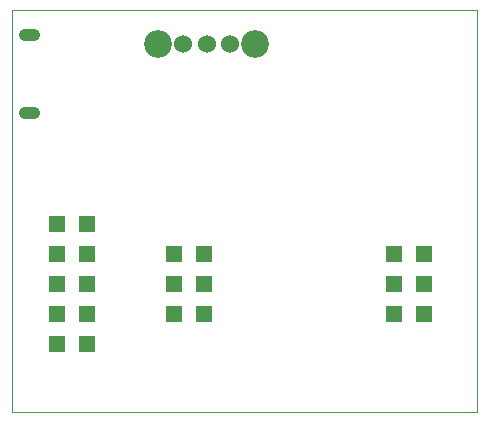
<source format=gbs>
G75*
%MOIN*%
%OFA0B0*%
%FSLAX25Y25*%
%IPPOS*%
%LPD*%
%AMOC8*
5,1,8,0,0,1.08239X$1,22.5*
%
%ADD10C,0.00000*%
%ADD11C,0.03943*%
%ADD12C,0.06000*%
%ADD13C,0.09258*%
%ADD14R,0.05715X0.05715*%
D10*
X0001500Y0001500D02*
X0001500Y0135500D01*
X0156500Y0135500D01*
X0156500Y0001500D01*
X0001500Y0001500D01*
D11*
X0008866Y0101008D02*
X0008866Y0101008D01*
X0006110Y0101008D01*
X0006110Y0101008D01*
X0008866Y0101008D01*
X0008866Y0126992D02*
X0008866Y0126992D01*
X0006110Y0126992D01*
X0006110Y0126992D01*
X0008866Y0126992D01*
D12*
X0058600Y0124000D03*
X0066500Y0124000D03*
X0074400Y0124000D03*
D13*
X0082650Y0124000D03*
X0050350Y0124000D03*
D14*
X0026500Y0064000D03*
X0016500Y0064000D03*
X0016500Y0054000D03*
X0026500Y0054000D03*
X0026500Y0044000D03*
X0016500Y0044000D03*
X0016500Y0034000D03*
X0026500Y0034000D03*
X0026500Y0024000D03*
X0016500Y0024000D03*
X0055500Y0034000D03*
X0065500Y0034000D03*
X0065500Y0044000D03*
X0055500Y0044000D03*
X0055500Y0054000D03*
X0065500Y0054000D03*
X0129000Y0054000D03*
X0139000Y0054000D03*
X0139000Y0044000D03*
X0129000Y0044000D03*
X0129000Y0034000D03*
X0139000Y0034000D03*
M02*

</source>
